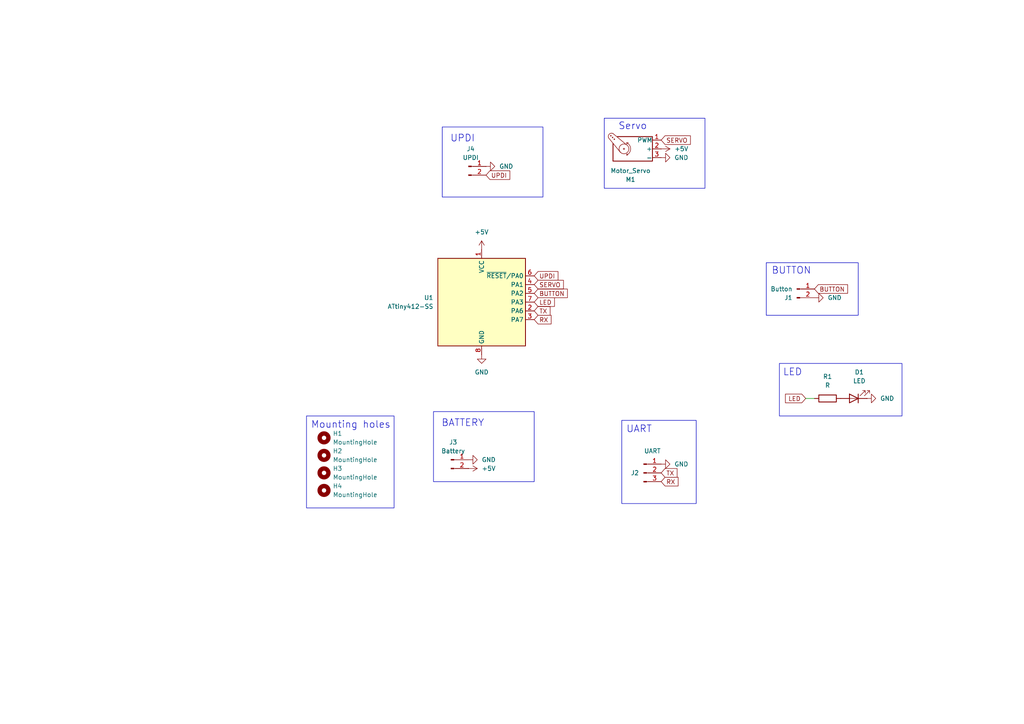
<source format=kicad_sch>
(kicad_sch (version 20231120) (generator "eeschema") (generator_version "8.0")
  (paper "A4")
  (lib_symbols
    (symbol "Connector:Conn_01x02_Pin" (pin_names (offset 1.016) hide)
      (property "Reference" "J" (at 0 2.54 0))
      (property "Value" "Conn_01x02_Pin" (at 0 -5.08 0))
      (symbol "Conn_01x02_Pin_1_1"
        (polyline (pts (xy 1.27 -2.54) (xy 0.8636 -2.54)) (stroke (width 0.1524)))
        (polyline (pts (xy 1.27 0) (xy 0.8636 0)) (stroke (width 0.1524)))
        (rectangle (start 0.8636 -2.413) (end 0 -2.667) (stroke (width 0.1524)) (fill (type outline)))
        (rectangle (start 0.8636 0.127) (end 0 -0.127) (stroke (width 0.1524)) (fill (type outline)))
        (pin passive line (at 5.08 0 180) (length 3.81) (name "Pin_1") (number "1"))
        (pin passive line (at 5.08 -2.54 180) (length 3.81) (name "Pin_2") (number "2"))
      )
    )
    (symbol "Connector:Conn_01x03_Pin" (pin_names (offset 1.016) hide)
      (property "Reference" "J" (at 0 5.08 0))
      (property "Value" "Conn_01x03_Pin" (at 0 -5.08 0))
      (symbol "Conn_01x03_Pin_1_1"
        (polyline (pts (xy 1.27 -2.54) (xy 0.8636 -2.54)) (stroke (width 0.1524)))
        (polyline (pts (xy 1.27 0) (xy 0.8636 0)) (stroke (width 0.1524)))
        (polyline (pts (xy 1.27 2.54) (xy 0.8636 2.54)) (stroke (width 0.1524)))
        (rectangle (start 0.8636 -2.413) (end 0 -2.667) (stroke (width 0.1524)) (fill (type outline)))
        (rectangle (start 0.8636 0.127) (end 0 -0.127) (stroke (width 0.1524)) (fill (type outline)))
        (rectangle (start 0.8636 2.667) (end 0 2.413) (stroke (width 0.1524)) (fill (type outline)))
        (pin passive line (at 5.08 2.54 180) (length 3.81) (name "Pin_1") (number "1"))
        (pin passive line (at 5.08 0 180) (length 3.81) (name "Pin_2") (number "2"))
        (pin passive line (at 5.08 -2.54 180) (length 3.81) (name "Pin_3") (number "3"))
      )
    )
    (symbol "Device:LED" (pin_numbers hide) (pin_names (offset 1.016) hide)
      (property "Reference" "D" (at 0 2.54 0))
      (property "Value" "LED" (at 0 -2.54 0))
      (symbol "LED_0_1"
        (polyline (pts (xy -1.27 -1.27) (xy -1.27 1.27)) (stroke (width 0.254)))
        (polyline (pts (xy -1.27 0) (xy 1.27 0)))
        (polyline (pts (xy 1.27 -1.27) (xy 1.27 1.27) (xy -1.27 0) (xy 1.27 -1.27)) (stroke (width 0.254)))
        (polyline (pts (xy -3.048 -0.762) (xy -4.572 -2.286) (xy -3.81 -2.286) (xy -4.572 -2.286) (xy -4.572 -1.524)))
        (polyline (pts (xy -1.778 -0.762) (xy -3.302 -2.286) (xy -2.54 -2.286) (xy -3.302 -2.286) (xy -3.302 -1.524)))
      )
      (symbol "LED_1_1"
        (pin passive line (at -3.81 0 0) (length 2.54) (name "K") (number "1"))
        (pin passive line (at 3.81 0 180) (length 2.54) (name "A") (number "2"))
      )
    )
    (symbol "Device:R" (pin_numbers hide) (pin_names (offset 0))
      (property "Reference" "R" (at 2.032 0 90))
      (property "Value" "R" (at 0 0 90))
      (symbol "R_0_1"
        (rectangle (start -1.016 -2.54) (end 1.016 2.54) (stroke (width 0.254)))
      )
      (symbol "R_1_1"
        (pin passive line (at 0 3.81 270) (length 1.27) (name "~") (number "1"))
        (pin passive line (at 0 -3.81 90) (length 1.27) (name "~") (number "2"))
      )
    )
    (symbol "GND_1" (power) (pin_numbers hide) (pin_names (offset 0) hide)
      (property "Value" "GND" (at 0 -3.81 0))
      (symbol "GND_1_0_1"
        (polyline (pts (xy 0 0) (xy 0 -1.27) (xy 1.27 -1.27) (xy 0 -2.54) (xy -1.27 -1.27) (xy 0 -1.27)))
      )
      (symbol "GND_1_1_1"
        (pin power_in line (at 0 0 270) (length 0) (name "~") (number "1"))
      )
    )
    (symbol "GND_2" (power) (pin_numbers hide) (pin_names (offset 0) hide)
      (property "Value" "GND" (at 0 -3.81 0))
      (symbol "GND_2_0_1"
        (polyline (pts (xy 0 0) (xy 0 -1.27) (xy 1.27 -1.27) (xy 0 -2.54) (xy -1.27 -1.27) (xy 0 -1.27)))
      )
      (symbol "GND_2_1_1"
        (pin power_in line (at 0 0 270) (length 0) (name "~") (number "1"))
      )
    )
    (symbol "MCU_Microchip_ATtiny:ATtiny412-SS"
      (property "Reference" "U" (at -12.7 13.97 0))
      (property "Value" "ATtiny412-SS" (at 2.54 -13.97 0))
      (symbol "ATtiny412-SS_0_1"
        (rectangle (start -12.7 -12.7) (end 12.7 12.7) (stroke (width 0.254)) (fill (type background)))
      )
      (symbol "ATtiny412-SS_1_1"
        (pin power_in line (at 0 15.24 270) (length 2.54) (name "VCC") (number "1"))
        (pin bidirectional line (at 15.24 -2.54 180) (length 2.54) (name "PA6") (number "2"))
        (pin bidirectional line (at 15.24 -5.08 180) (length 2.54) (name "PA7") (number "3"))
        (pin bidirectional line (at 15.24 5.08 180) (length 2.54) (name "PA1") (number "4"))
        (pin bidirectional line (at 15.24 2.54 180) (length 2.54) (name "PA2") (number "5"))
        (pin bidirectional line (at 15.24 7.62 180) (length 2.54) (name "~{RESET}/PA0") (number "6"))
        (pin bidirectional line (at 15.24 0 180) (length 2.54) (name "PA3") (number "7"))
        (pin power_in line (at 0 -15.24 90) (length 2.54) (name "GND") (number "8"))
      )
    )
    (symbol "Mechanical:MountingHole" (pin_names (offset 1.016))
      (property "Reference" "H" (at 0 5.08 0))
      (property "Value" "MountingHole" (at 0 3.175 0))
      (symbol "MountingHole_0_1"
        (circle (center 0 0) (radius 1.27) (stroke (width 1.27)))
      )
    )
    (symbol "Motor:Motor_Servo" (pin_names (offset 0.0254))
      (property "Reference" "M" (at -5.08 4.445 0))
      (property "Value" "Motor_Servo" (at -5.08 -4.064 0))
      (symbol "Motor_Servo_0_1"
        (polyline (pts (xy 2.413 -1.778) (xy 2.032 -1.778)))
        (polyline (pts (xy 2.413 -1.778) (xy 2.286 -1.397)))
        (polyline (pts (xy 2.413 1.778) (xy 1.905 1.778)))
        (polyline (pts (xy 2.413 1.778) (xy 2.286 1.397)))
        (polyline (pts (xy 6.35 4.445) (xy 2.54 1.27)))
        (polyline (pts (xy 7.62 3.175) (xy 4.191 -1.016)))
        (polyline (pts (xy 5.08 3.556) (xy -5.08 3.556) (xy -5.08 -3.556) (xy 6.35 -3.556) (xy 6.35 1.524)) (stroke (width 0.254)))
        (arc (start 2.413 1.778) (mid 1.2406 0) (end 2.413 -1.778))
        (circle (center 3.175 0) (radius 0.1778))
        (circle (center 3.175 0) (radius 1.4224))
        (circle (center 5.969 2.794) (radius 0.127))
        (circle (center 6.477 3.302) (radius 0.127))
        (circle (center 6.985 3.81) (radius 0.127))
        (arc (start 7.62 3.175) (mid 7.4485 4.2735) (end 6.35 4.445))
      )
      (symbol "Motor_Servo_1_1"
        (pin passive line (at -7.62 2.54 0) (length 2.54) (name "PWM") (number "1"))
        (pin passive line (at -7.62 0 0) (length 2.54) (name "+") (number "2"))
        (pin passive line (at -7.62 -2.54 0) (length 2.54) (name "-") (number "3"))
      )
    )
    (symbol "power:+5V" (power) (pin_numbers hide) (pin_names (offset 0) hide)
      (property "Value" "+5V" (at 0 3.556 0))
      (symbol "+5V_0_1"
        (polyline (pts (xy -0.762 1.27) (xy 0 2.54)))
        (polyline (pts (xy 0 0) (xy 0 2.54)))
        (polyline (pts (xy 0 2.54) (xy 0.762 1.27)))
      )
      (symbol "+5V_1_1"
        (pin power_in line (at 0 0 90) (length 0) (name "~") (number "1"))
      )
    )
    (symbol "power:GND" (power) (pin_names (offset 0))
      (property "Value" "GND" (at 0 -3.81 0))
      (symbol "GND_0_1"
        (polyline (pts (xy 0 0) (xy 0 -1.27) (xy 1.27 -1.27) (xy 0 -2.54) (xy -1.27 -1.27) (xy 0 -1.27)))
      )
      (symbol "GND_1_1"
        (pin power_in line (at 0 0 270) (length 0) hide (name "GND") (number "1"))
      )
    )
  )
  (wire (pts (xy 233.68 115.57) (xy 236.22 115.57)))
  (rectangle (start 222.25 76.2) (end 248.92 91.44))
  (rectangle (start 175.26 34.29) (end 204.47 54.61))
  (rectangle (start 226.06 105.41) (end 261.62 120.65))
  (rectangle (start 125.73 119.38) (end 154.94 139.7))
  (rectangle (start 180.34 121.92) (end 201.93 146.05))
  (rectangle (start 88.9 120.65) (end 114.3 147.32))
  (rectangle (start 128.27 36.83) (end 157.48 57.15))
  (text "BUTTON" (at 223.774 79.756 0) (effects (font (size 2 2)) (justify left bottom)))
  (text "UART" (at 181.61 125.73 0) (effects (font (size 2 2)) (justify left bottom)))
  (text "Mounting holes" (at 90.17 124.46 0) (effects (font (size 2 2)) (justify left bottom)))
  (text "BATTERY" (at 128.016 123.952 0) (effects (font (size 2 2)) (justify left bottom)))
  (text "UPDI" (at 130.556 41.402 0) (effects (font (size 2 2)) (justify left bottom)))
  (text "Servo" (at 179.324 37.846 0) (effects (font (size 2 2)) (justify left bottom)))
  (text "LED" (at 227.076 109.22 0) (effects (font (size 2 2)) (justify left bottom)))
  (global_label "LED" (shape input) (at 233.68 115.57 180) (property "Intersheetrefs" "${INTERSHEET_REFS}" (effects (hide yes))))
  (global_label "TX" (shape input) (at 191.77 137.16 0) (property "Intersheetrefs" "${INTERSHEET_REFS}" (effects (hide yes))))
  (global_label "SERVO" (shape input) (at 191.77 40.64 0) (property "Intersheetrefs" "${INTERSHEET_REFS}" (effects (hide yes))))
  (global_label "BUTTON" (shape input) (at 154.94 85.09 0) (property "Intersheetrefs" "${INTERSHEET_REFS}" (effects (hide yes))))
  (global_label "SERVO" (shape input) (at 154.94 82.55 0) (property "Intersheetrefs" "${INTERSHEET_REFS}" (effects (hide yes))))
  (global_label "RX" (shape input) (at 191.77 139.7 0) (property "Intersheetrefs" "${INTERSHEET_REFS}" (effects (hide yes))))
  (global_label "LED" (shape input) (at 154.94 87.63 0) (property "Intersheetrefs" "${INTERSHEET_REFS}" (effects (hide yes))))
  (global_label "TX" (shape input) (at 154.94 90.17 0) (property "Intersheetrefs" "${INTERSHEET_REFS}" (effects (hide yes))))
  (global_label "BUTTON" (shape input) (at 236.22 83.82 0) (property "Intersheetrefs" "${INTERSHEET_REFS}" (effects (hide yes))))
  (global_label "UPDI" (shape input) (at 154.94 80.01 0) (property "Intersheetrefs" "${INTERSHEET_REFS}" (effects (hide yes))))
  (global_label "UPDI" (shape input) (at 140.97 50.8 0) (property "Intersheetrefs" "${INTERSHEET_REFS}" (effects (hide yes))))
  (global_label "RX" (shape input) (at 154.94 92.71 0) (property "Intersheetrefs" "${INTERSHEET_REFS}" (effects (hide yes))))
  (symbol (lib_id "power:GND") (at 191.77 45.72 90) (unit 1)
    (property "Reference" "#PWR08" (effects (hide yes)))
    (property "Value" "GND" (at 195.58 45.72 90) (effects (justify right)))
  )
  (symbol (lib_id "Connector:Conn_01x02_Pin") (at 135.89 48.26 0) (unit 1)
    (property "Reference" "J4" (at 136.525 43.18 0))
    (property "Value" "UPDI" (at 136.525 45.72 0))
    (property "Footprint" "Connector_PinHeader_2.54mm:PinHeader_1x02_P2.54mm_Vertical" (effects (hide yes)))
    (property "Description" "Generic connector, single row, 01x02, script generated" (effects (hide yes)))
  )
  (symbol (lib_id "Connector:Conn_01x02_Pin") (at 130.81 133.35 0) (unit 1)
    (property "Reference" "J3" (at 131.445 128.27 0))
    (property "Value" "Battery" (at 131.445 130.81 0))
    (property "Footprint" "Connector_PinHeader_2.54mm:PinHeader_1x02_P2.54mm_Vertical" (effects (hide yes)))
    (property "Description" "Generic connector, single row, 01x02, script generated" (effects (hide yes)))
  )
  (symbol (lib_id "Mechanical:MountingHole") (at 93.98 142.24 0) (unit 1)
    (property "Reference" "H4" (at 96.52 140.97 0) (effects (justify left)))
    (property "Value" "MountingHole" (at 96.52 143.51 0) (effects (justify left)))
    (property "Footprint" "MountingHole:MountingHole_3.2mm_M3" (effects (hide yes)))
  )
  (symbol (lib_id "power:+5V") (at 191.77 43.18 270) (unit 1)
    (property "Reference" "#PWR07" (effects (hide yes)))
    (property "Value" "+5V" (at 195.58 43.18 90) (effects (justify left)))
  )
  (symbol (lib_name "GND_2") (lib_id "power:GND") (at 140.97 48.26 90) (unit 1)
    (property "Reference" "#PWR010" (effects (hide yes)))
    (property "Value" "GND" (at 144.78 48.2599 90) (effects (justify right)))
    (property "Description" "Power symbol creates a global label with name \"GND\" , ground" (effects (hide yes)))
  )
  (symbol (lib_name "GND_2") (lib_id "power:GND") (at 139.7 102.87 0) (unit 1)
    (property "Reference" "#PWR03" (effects (hide yes)))
    (property "Value" "GND" (at 139.7 107.95 0))
    (property "Description" "Power symbol creates a global label with name \"GND\" , ground" (effects (hide yes)))
  )
  (symbol (lib_id "power:GND") (at 191.77 134.62 90) (unit 1)
    (property "Reference" "#PWR01" (effects (hide yes)))
    (property "Value" "GND" (at 195.58 134.62 90) (effects (justify right)))
  )
  (symbol (lib_name "GND_2") (lib_id "power:GND") (at 135.89 133.35 90) (unit 1)
    (property "Reference" "#PWR04" (effects (hide yes)))
    (property "Value" "GND" (at 139.7 133.3499 90) (effects (justify right)))
    (property "Description" "Power symbol creates a global label with name \"GND\" , ground" (effects (hide yes)))
  )
  (symbol (lib_id "Connector:Conn_01x02_Pin") (at 231.14 83.82 0) (unit 1)
    (property "Reference" "J1" (at 229.87 86.3601 0) (effects (justify right)))
    (property "Value" "Button" (at 229.87 83.8201 0) (effects (justify right)))
    (property "Footprint" "Connector_PinHeader_2.54mm:PinHeader_1x02_P2.54mm_Vertical" (effects (hide yes)))
    (property "Description" "Generic connector, single row, 01x02, script generated" (effects (hide yes)))
  )
  (symbol (lib_id "Connector:Conn_01x03_Pin") (at 186.69 137.16 0) (unit 1)
    (property "Reference" "J2" (at 184.15 137.16 0))
    (property "Value" "UART" (at 189.23 130.81 0))
    (property "Footprint" "Connector_PinHeader_2.54mm:PinHeader_1x03_P2.54mm_Vertical" (effects (hide yes)))
  )
  (symbol (lib_id "power:+5V") (at 139.7 72.39 0) (unit 1)
    (property "Reference" "#PWR06" (effects (hide yes)))
    (property "Value" "+5V" (at 139.7 67.31 0))
    (property "Description" "Power symbol creates a global label with name \"+5V\"" (effects (hide yes)))
  )
  (symbol (lib_name "GND_1") (lib_id "power:GND") (at 236.22 86.36 90) (unit 1)
    (property "Reference" "#PWR02" (effects (hide yes)))
    (property "Value" "GND" (at 240.03 86.3599 90) (effects (justify right)))
    (property "Description" "Power symbol creates a global label with name \"GND\" , ground" (effects (hide yes)))
  )
  (symbol (lib_id "Mechanical:MountingHole") (at 93.98 137.16 0) (unit 1)
    (property "Reference" "H3" (at 96.52 135.89 0) (effects (justify left)))
    (property "Value" "MountingHole" (at 96.52 138.43 0) (effects (justify left)))
    (property "Footprint" "MountingHole:MountingHole_3.2mm_M3" (effects (hide yes)))
  )
  (symbol (lib_id "Device:R") (at 240.03 115.57 90) (unit 1)
    (property "Reference" "R1" (at 240.03 109.22 90))
    (property "Value" "R" (at 240.03 111.76 90))
    (property "Footprint" "Resistor_SMD:R_1206_3216Metric_Pad1.30x1.75mm_HandSolder" (effects (hide yes)))
    (property "Description" "Resistor" (effects (hide yes)))
  )
  (symbol (lib_id "Motor:Motor_Servo") (at 184.15 43.18 0) (mirror y) (unit 1)
    (property "Reference" "M1" (at 182.8911 52.07 0))
    (property "Value" "Motor_Servo" (at 182.8911 49.53 0))
    (property "Footprint" "Connector_PinHeader_2.54mm:PinHeader_1x03_P2.54mm_Vertical" (effects (hide yes)))
    (property "Datasheet" "http://forums.parallax.com/uploads/attachments/46831/74481.png" (effects (hide yes)))
    (property "Description" "Servo Motor (Futaba, HiTec, JR connector)" (effects (hide yes)))
  )
  (symbol (lib_id "power:+5V") (at 135.89 135.89 270) (unit 1)
    (property "Reference" "#PWR05" (effects (hide yes)))
    (property "Value" "+5V" (at 139.7 135.8899 90) (effects (justify left)))
    (property "Description" "Power symbol creates a global label with name \"+5V\"" (effects (hide yes)))
  )
  (symbol (lib_id "MCU_Microchip_ATtiny:ATtiny412-SS") (at 139.7 87.63 0) (unit 1)
    (property "Reference" "U1" (at 125.73 86.3599 0) (effects (justify right)))
    (property "Value" "ATtiny412-SS" (at 125.73 88.8999 0) (effects (justify right)))
    (property "Footprint" "Package_SO:SOIC-8_3.9x4.9mm_P1.27mm" (effects (hide yes)))
    (property "Datasheet" "http://ww1.microchip.com/downloads/en/DeviceDoc/40001911A.pdf" (effects (hide yes)))
    (property "Description" "20MHz, 4kB Flash, 256B SRAM, 128B EEPROM, SOIC-8" (effects (hide yes)))
  )
  (symbol (lib_id "Mechanical:MountingHole") (at 93.98 132.08 0) (unit 1)
    (property "Reference" "H2" (at 96.52 130.81 0) (effects (justify left)))
    (property "Value" "MountingHole" (at 96.52 133.35 0) (effects (justify left)))
    (property "Footprint" "MountingHole:MountingHole_3.2mm_M3" (effects (hide yes)))
  )
  (symbol (lib_name "GND_2") (lib_id "power:GND") (at 251.46 115.57 90) (unit 1)
    (property "Reference" "#PWR09" (effects (hide yes)))
    (property "Value" "GND" (at 255.27 115.5699 90) (effects (justify right)))
    (property "Description" "Power symbol creates a global label with name \"GND\" , ground" (effects (hide yes)))
  )
  (symbol (lib_id "Mechanical:MountingHole") (at 93.98 127 0) (unit 1)
    (property "Reference" "H1" (at 96.52 125.73 0) (effects (justify left)))
    (property "Value" "MountingHole" (at 96.52 128.27 0) (effects (justify left)))
    (property "Footprint" "MountingHole:MountingHole_3.2mm_M3" (effects (hide yes)))
  )
  (symbol (lib_id "Device:LED") (at 247.65 115.57 180) (unit 1)
    (property "Reference" "D1" (at 249.2375 107.95 0))
    (property "Value" "LED" (at 249.2375 110.49 0))
    (property "Footprint" "LED_THT:LED_D5.0mm" (effects (hide yes)))
    (property "Description" "Light emitting diode" (effects (hide yes)))
  )
)
</source>
